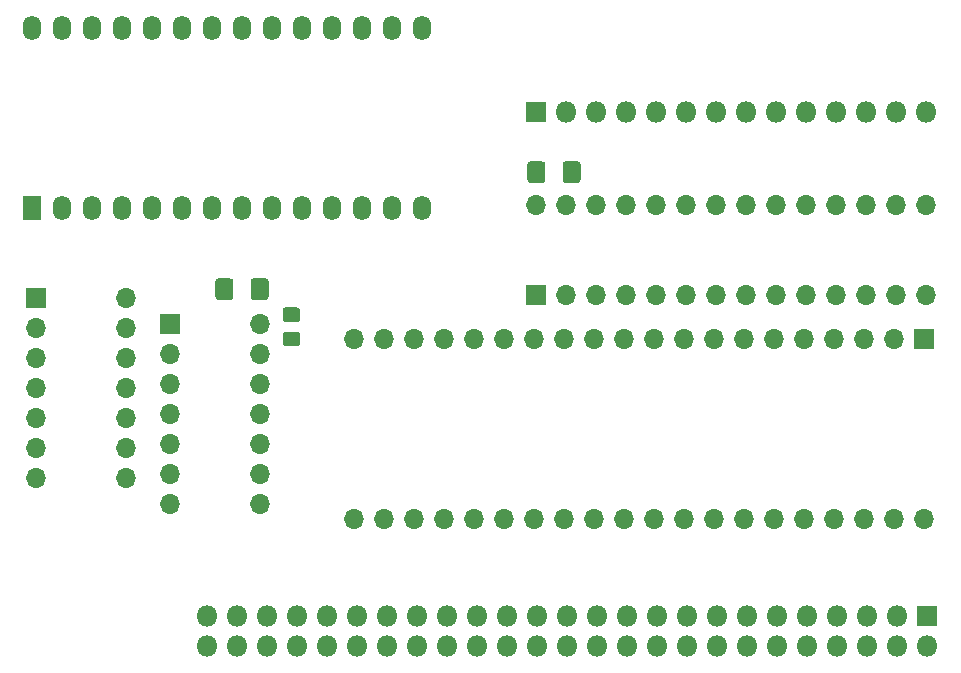
<source format=gbr>
G04 #@! TF.GenerationSoftware,KiCad,Pcbnew,(5.1.6-0-10_14)*
G04 #@! TF.CreationDate,2021-01-01T23:17:05+01:00*
G04 #@! TF.ProjectId,proc_board,70726f63-5f62-46f6-9172-642e6b696361,rev?*
G04 #@! TF.SameCoordinates,Original*
G04 #@! TF.FileFunction,Soldermask,Top*
G04 #@! TF.FilePolarity,Negative*
%FSLAX46Y46*%
G04 Gerber Fmt 4.6, Leading zero omitted, Abs format (unit mm)*
G04 Created by KiCad (PCBNEW (5.1.6-0-10_14)) date 2021-01-01 23:17:05*
%MOMM*%
%LPD*%
G01*
G04 APERTURE LIST*
%ADD10O,1.700000X1.700000*%
%ADD11R,1.700000X1.700000*%
%ADD12O,1.800000X1.800000*%
%ADD13R,1.800000X1.800000*%
%ADD14O,1.540000X2.100000*%
%ADD15R,1.540000X2.100000*%
G04 APERTURE END LIST*
D10*
G04 #@! TO.C,U5*
X10414000Y33528000D03*
X2794000Y18288000D03*
X10414000Y30988000D03*
X2794000Y20828000D03*
X10414000Y28448000D03*
X2794000Y23368000D03*
X10414000Y25908000D03*
X2794000Y25908000D03*
X10414000Y23368000D03*
X2794000Y28448000D03*
X10414000Y20828000D03*
X2794000Y30988000D03*
X10414000Y18288000D03*
D11*
X2794000Y33528000D03*
G04 #@! TD*
D12*
G04 #@! TO.C,U6*
X78079001Y49276000D03*
X75539001Y49276000D03*
X72999001Y49276000D03*
X70459001Y49276000D03*
X67919001Y49276000D03*
X65379001Y49276000D03*
X62839001Y49276000D03*
X60299001Y49276000D03*
X57759001Y49276000D03*
X55219001Y49276000D03*
X52679001Y49276000D03*
X50139001Y49276000D03*
X47599001Y49276000D03*
D13*
X45059001Y49276000D03*
G04 #@! TD*
D14*
G04 #@! TO.C,U4*
X35433000Y56388000D03*
X35433000Y41148000D03*
X32893000Y56388000D03*
X32893000Y41148000D03*
X30353000Y56388000D03*
X30353000Y41148000D03*
X27813000Y56388000D03*
X27813000Y41148000D03*
X25273000Y56388000D03*
X25273000Y41148000D03*
X22733000Y56388000D03*
X22733000Y41148000D03*
X20193000Y56388000D03*
X20193000Y41148000D03*
X17653000Y56388000D03*
X17653000Y41148000D03*
X15113000Y56388000D03*
X15113000Y41148000D03*
X12573000Y56388000D03*
X12573000Y41148000D03*
X10033000Y56388000D03*
X10033000Y41148000D03*
X7493000Y56388000D03*
X7493000Y41148000D03*
X4953000Y56388000D03*
X4953000Y41148000D03*
X2413000Y56388000D03*
D15*
X2413000Y41148000D03*
G04 #@! TD*
D10*
G04 #@! TO.C,U3*
X45059001Y41453001D03*
X78079001Y33833001D03*
X47599001Y41453001D03*
X75539001Y33833001D03*
X50139001Y41453001D03*
X72999001Y33833001D03*
X52679001Y41453001D03*
X70459001Y33833001D03*
X55219001Y41453001D03*
X67919001Y33833001D03*
X57759001Y41453001D03*
X65379001Y33833001D03*
X60299001Y41453001D03*
X62839001Y33833001D03*
X62839001Y41453001D03*
X60299001Y33833001D03*
X65379001Y41453001D03*
X57759001Y33833001D03*
X67919001Y41453001D03*
X55219001Y33833001D03*
X70459001Y41453001D03*
X52679001Y33833001D03*
X72999001Y41453001D03*
X50139001Y33833001D03*
X75539001Y41453001D03*
X47599001Y33833001D03*
X78079001Y41453001D03*
D11*
X45059001Y33833001D03*
G04 #@! TD*
G04 #@! TO.C,R1*
G36*
G01*
X24862262Y31515000D02*
X23905738Y31515000D01*
G75*
G02*
X23634000Y31786738I0J271738D01*
G01*
X23634000Y32493262D01*
G75*
G02*
X23905738Y32765000I271738J0D01*
G01*
X24862262Y32765000D01*
G75*
G02*
X25134000Y32493262I0J-271738D01*
G01*
X25134000Y31786738D01*
G75*
G02*
X24862262Y31515000I-271738J0D01*
G01*
G37*
G36*
G01*
X24862262Y29465000D02*
X23905738Y29465000D01*
G75*
G02*
X23634000Y29736738I0J271738D01*
G01*
X23634000Y30443262D01*
G75*
G02*
X23905738Y30715000I271738J0D01*
G01*
X24862262Y30715000D01*
G75*
G02*
X25134000Y30443262I0J-271738D01*
G01*
X25134000Y29736738D01*
G75*
G02*
X24862262Y29465000I-271738J0D01*
G01*
G37*
G04 #@! TD*
G04 #@! TO.C,C1*
G36*
G01*
X45884000Y44853456D02*
X45884000Y43538544D01*
G75*
G02*
X45616456Y43271000I-267544J0D01*
G01*
X44626544Y43271000D01*
G75*
G02*
X44359000Y43538544I0J267544D01*
G01*
X44359000Y44853456D01*
G75*
G02*
X44626544Y45121000I267544J0D01*
G01*
X45616456Y45121000D01*
G75*
G02*
X45884000Y44853456I0J-267544D01*
G01*
G37*
G36*
G01*
X48859000Y44853456D02*
X48859000Y43538544D01*
G75*
G02*
X48591456Y43271000I-267544J0D01*
G01*
X47601544Y43271000D01*
G75*
G02*
X47334000Y43538544I0J267544D01*
G01*
X47334000Y44853456D01*
G75*
G02*
X47601544Y45121000I267544J0D01*
G01*
X48591456Y45121000D01*
G75*
G02*
X48859000Y44853456I0J-267544D01*
G01*
G37*
G04 #@! TD*
D10*
G04 #@! TO.C,U2*
X77978000Y14859000D03*
X29718000Y30099000D03*
X75438000Y14859000D03*
X32258000Y30099000D03*
X72898000Y14859000D03*
X34798000Y30099000D03*
X70358000Y14859000D03*
X37338000Y30099000D03*
X67818000Y14859000D03*
X39878000Y30099000D03*
X65278000Y14859000D03*
X42418000Y30099000D03*
X62738000Y14859000D03*
X44958000Y30099000D03*
X60198000Y14859000D03*
X47498000Y30099000D03*
X57658000Y14859000D03*
X50038000Y30099000D03*
X55118000Y14859000D03*
X52578000Y30099000D03*
X52578000Y14859000D03*
X55118000Y30099000D03*
X50038000Y14859000D03*
X57658000Y30099000D03*
X47498000Y14859000D03*
X60198000Y30099000D03*
X44958000Y14859000D03*
X62738000Y30099000D03*
X42418000Y14859000D03*
X65278000Y30099000D03*
X39878000Y14859000D03*
X67818000Y30099000D03*
X37338000Y14859000D03*
X70358000Y30099000D03*
X34798000Y14859000D03*
X72898000Y30099000D03*
X32258000Y14859000D03*
X75438000Y30099000D03*
X29718000Y14859000D03*
D11*
X77978000Y30099000D03*
G04 #@! TD*
D10*
G04 #@! TO.C,U1*
X21717000Y31369000D03*
X14097000Y16129000D03*
X21717000Y28829000D03*
X14097000Y18669000D03*
X21717000Y26289000D03*
X14097000Y21209000D03*
X21717000Y23749000D03*
X14097000Y23749000D03*
X21717000Y21209000D03*
X14097000Y26289000D03*
X21717000Y18669000D03*
X14097000Y28829000D03*
X21717000Y16129000D03*
D11*
X14097000Y31369000D03*
G04 #@! TD*
G04 #@! TO.C,C4*
G36*
G01*
X20918000Y33632544D02*
X20918000Y34947456D01*
G75*
G02*
X21185544Y35215000I267544J0D01*
G01*
X22175456Y35215000D01*
G75*
G02*
X22443000Y34947456I0J-267544D01*
G01*
X22443000Y33632544D01*
G75*
G02*
X22175456Y33365000I-267544J0D01*
G01*
X21185544Y33365000D01*
G75*
G02*
X20918000Y33632544I0J267544D01*
G01*
G37*
G36*
G01*
X17943000Y33632544D02*
X17943000Y34947456D01*
G75*
G02*
X18210544Y35215000I267544J0D01*
G01*
X19200456Y35215000D01*
G75*
G02*
X19468000Y34947456I0J-267544D01*
G01*
X19468000Y33632544D01*
G75*
G02*
X19200456Y33365000I-267544J0D01*
G01*
X18210544Y33365000D01*
G75*
G02*
X17943000Y33632544I0J267544D01*
G01*
G37*
G04 #@! TD*
D12*
G04 #@! TO.C,J1*
X17272000Y4064000D03*
X17272000Y6604000D03*
X19812000Y4064000D03*
X19812000Y6604000D03*
X22352000Y4064000D03*
X22352000Y6604000D03*
X24892000Y4064000D03*
X24892000Y6604000D03*
X27432000Y4064000D03*
X27432000Y6604000D03*
X29972000Y4064000D03*
X29972000Y6604000D03*
X32512000Y4064000D03*
X32512000Y6604000D03*
X35052000Y4064000D03*
X35052000Y6604000D03*
X37592000Y4064000D03*
X37592000Y6604000D03*
X40132000Y4064000D03*
X40132000Y6604000D03*
X42672000Y4064000D03*
X42672000Y6604000D03*
X45212000Y4064000D03*
X45212000Y6604000D03*
X47752000Y4064000D03*
X47752000Y6604000D03*
X50292000Y4064000D03*
X50292000Y6604000D03*
X52832000Y4064000D03*
X52832000Y6604000D03*
X55372000Y4064000D03*
X55372000Y6604000D03*
X57912000Y4064000D03*
X57912000Y6604000D03*
X60452000Y4064000D03*
X60452000Y6604000D03*
X62992000Y4064000D03*
X62992000Y6604000D03*
X65532000Y4064000D03*
X65532000Y6604000D03*
X68072000Y4064000D03*
X68072000Y6604000D03*
X70612000Y4064000D03*
X70612000Y6604000D03*
X73152000Y4064000D03*
X73152000Y6604000D03*
X75692000Y4064000D03*
X75692000Y6604000D03*
X78232000Y4064000D03*
D13*
X78232000Y6604000D03*
G04 #@! TD*
M02*

</source>
